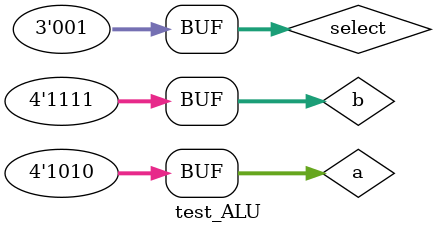
<source format=v>

module test_ALU;
	reg [3:0] a, b;
	reg [2:0] select;
	wire [4:0] result;

	ALU alu0(a, b, select, result);

	initial
	begin
		a = 0;
		b = 0; 
		select = 0;
		#10;
		a = 7;
		b = 4;
		repeat(9)
		begin
			select <= select + 1;
			#5;
		end
		a = 10;
		b = 15;
		repeat(9)
		begin
			select <= select + 1;
			#5;
		end
	end

endmodule


</source>
